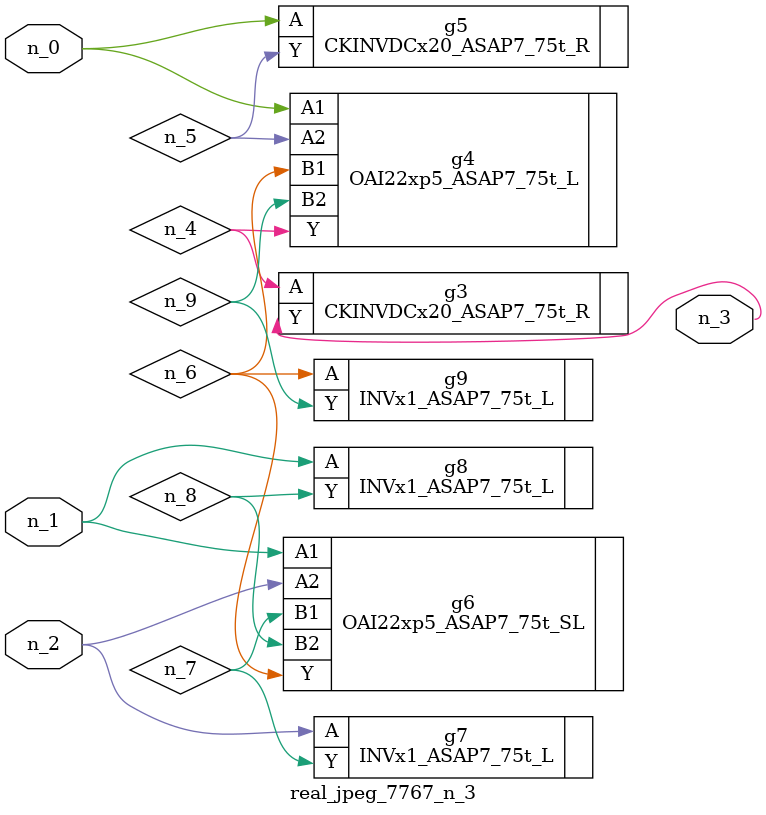
<source format=v>
module real_jpeg_7767_n_3 (n_1, n_0, n_2, n_3);

input n_1;
input n_0;
input n_2;

output n_3;

wire n_5;
wire n_8;
wire n_4;
wire n_6;
wire n_7;
wire n_9;

OAI22xp5_ASAP7_75t_L g4 ( 
.A1(n_0),
.A2(n_5),
.B1(n_6),
.B2(n_9),
.Y(n_4)
);

CKINVDCx20_ASAP7_75t_R g5 ( 
.A(n_0),
.Y(n_5)
);

OAI22xp5_ASAP7_75t_SL g6 ( 
.A1(n_1),
.A2(n_2),
.B1(n_7),
.B2(n_8),
.Y(n_6)
);

INVx1_ASAP7_75t_L g8 ( 
.A(n_1),
.Y(n_8)
);

INVx1_ASAP7_75t_L g7 ( 
.A(n_2),
.Y(n_7)
);

CKINVDCx20_ASAP7_75t_R g3 ( 
.A(n_4),
.Y(n_3)
);

INVx1_ASAP7_75t_L g9 ( 
.A(n_6),
.Y(n_9)
);


endmodule
</source>
